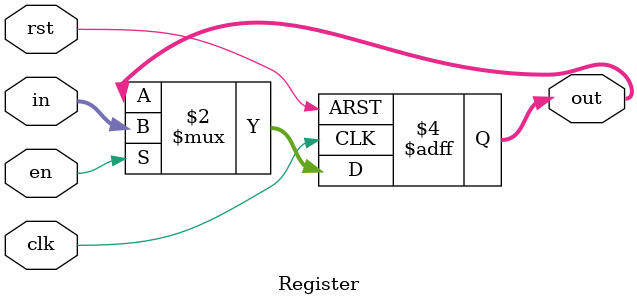
<source format=v>
module Register(input [31:0] in, input clk, en, rst, output reg [31:0] out);
    
    always @(posedge clk or posedge rst) begin
        if(rst)
            out <= {32{1'b0}};
        else if(en)
            out <= in;
    end

endmodule

</source>
